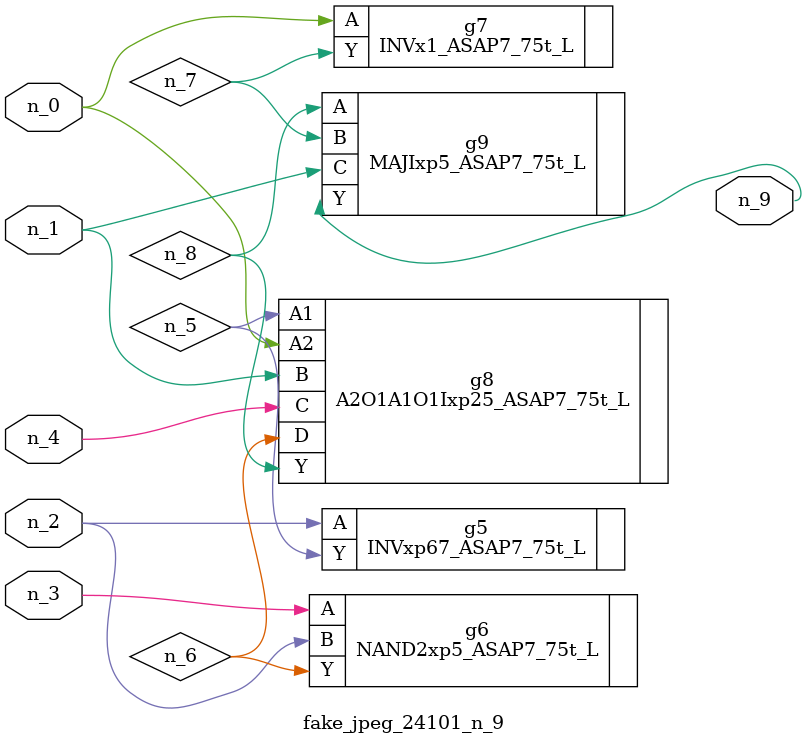
<source format=v>
module fake_jpeg_24101_n_9 (n_3, n_2, n_1, n_0, n_4, n_9);

input n_3;
input n_2;
input n_1;
input n_0;
input n_4;

output n_9;

wire n_8;
wire n_6;
wire n_5;
wire n_7;

INVxp67_ASAP7_75t_L g5 ( 
.A(n_2),
.Y(n_5)
);

NAND2xp5_ASAP7_75t_L g6 ( 
.A(n_3),
.B(n_2),
.Y(n_6)
);

INVx1_ASAP7_75t_L g7 ( 
.A(n_0),
.Y(n_7)
);

A2O1A1O1Ixp25_ASAP7_75t_L g8 ( 
.A1(n_5),
.A2(n_0),
.B(n_1),
.C(n_4),
.D(n_6),
.Y(n_8)
);

MAJIxp5_ASAP7_75t_L g9 ( 
.A(n_8),
.B(n_7),
.C(n_1),
.Y(n_9)
);


endmodule
</source>
